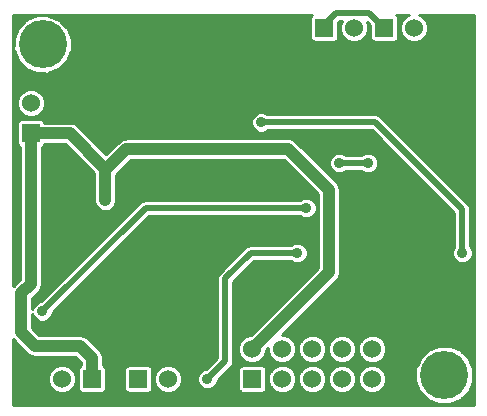
<source format=gbl>
G04 (created by PCBNEW (2013-07-07 BZR 4022)-stable) date 16/12/2013 13:18:01*
%MOIN*%
G04 Gerber Fmt 3.4, Leading zero omitted, Abs format*
%FSLAX34Y34*%
G01*
G70*
G90*
G04 APERTURE LIST*
%ADD10C,0.00393701*%
%ADD11R,0.06X0.06*%
%ADD12C,0.06*%
%ADD13C,0.16*%
%ADD14C,0.035*%
%ADD15C,0.019685*%
%ADD16C,0.0393701*%
%ADD17C,0.00984252*%
G04 APERTURE END LIST*
G54D10*
G54D11*
X38950Y-8900D03*
G54D12*
X39950Y-8900D03*
G54D11*
X36950Y-8900D03*
G54D12*
X37950Y-8900D03*
G54D11*
X27165Y-12417D03*
G54D12*
X27165Y-11417D03*
G54D11*
X34550Y-20600D03*
G54D12*
X34550Y-19600D03*
X35550Y-20600D03*
X35550Y-19600D03*
X36550Y-20600D03*
X36550Y-19600D03*
X37550Y-20600D03*
X37550Y-19600D03*
X38550Y-20600D03*
X38550Y-19600D03*
G54D11*
X30750Y-20600D03*
G54D12*
X31750Y-20600D03*
G54D11*
X29200Y-20600D03*
G54D12*
X28200Y-20600D03*
G54D13*
X40944Y-20472D03*
X27559Y-9448D03*
G54D14*
X41550Y-16400D03*
X34850Y-12050D03*
X37100Y-15600D03*
X29650Y-14650D03*
X33050Y-20600D03*
X36050Y-16400D03*
X36350Y-14900D03*
X27550Y-18350D03*
X37450Y-13400D03*
X38400Y-13400D03*
G54D15*
X41550Y-14950D02*
X41550Y-16400D01*
X38650Y-12050D02*
X41550Y-14950D01*
X34850Y-12050D02*
X38650Y-12050D01*
G54D16*
X37100Y-15600D02*
X37100Y-17050D01*
X29650Y-13650D02*
X30350Y-12950D01*
X30350Y-12950D02*
X35750Y-12950D01*
X35750Y-12950D02*
X37100Y-14300D01*
X37100Y-14300D02*
X37100Y-15600D01*
X27165Y-12417D02*
X28467Y-12417D01*
X29650Y-13600D02*
X29650Y-14650D01*
X28467Y-12417D02*
X29650Y-13600D01*
X29650Y-14650D02*
X29650Y-13650D01*
X37100Y-17050D02*
X34550Y-19600D01*
X29200Y-20600D02*
X29200Y-19900D01*
X27165Y-17434D02*
X27165Y-12417D01*
X26850Y-17750D02*
X27165Y-17434D01*
X26850Y-19050D02*
X26850Y-17750D01*
X27300Y-19500D02*
X26850Y-19050D01*
X28800Y-19500D02*
X27300Y-19500D01*
X29200Y-19900D02*
X28800Y-19500D01*
G54D15*
X36950Y-8900D02*
X36950Y-8800D01*
X38450Y-8400D02*
X38950Y-8900D01*
X37350Y-8400D02*
X38450Y-8400D01*
X36950Y-8800D02*
X37350Y-8400D01*
X33050Y-20600D02*
X33650Y-20000D01*
X33650Y-20000D02*
X33650Y-17250D01*
X33650Y-17250D02*
X34500Y-16400D01*
X34500Y-16400D02*
X36050Y-16400D01*
X31000Y-14900D02*
X36350Y-14900D01*
X27550Y-18350D02*
X31000Y-14900D01*
X38400Y-13400D02*
X37450Y-13400D01*
G54D10*
G36*
X41929Y-21456D02*
X41917Y-21456D01*
X41917Y-20308D01*
X41912Y-20295D01*
X41912Y-20280D01*
X41892Y-20232D01*
X41892Y-16332D01*
X41840Y-16206D01*
X41815Y-16181D01*
X41815Y-14950D01*
X41795Y-14848D01*
X41795Y-14848D01*
X41737Y-14762D01*
X38837Y-11862D01*
X38751Y-11804D01*
X38650Y-11784D01*
X35068Y-11784D01*
X35044Y-11759D01*
X34918Y-11707D01*
X34782Y-11707D01*
X34656Y-11759D01*
X34559Y-11855D01*
X34507Y-11981D01*
X34507Y-12117D01*
X34559Y-12243D01*
X34655Y-12340D01*
X34781Y-12392D01*
X34917Y-12392D01*
X35043Y-12340D01*
X35068Y-12315D01*
X38539Y-12315D01*
X41284Y-15060D01*
X41284Y-16181D01*
X41259Y-16205D01*
X41207Y-16331D01*
X41207Y-16467D01*
X41259Y-16593D01*
X41355Y-16690D01*
X41481Y-16742D01*
X41617Y-16742D01*
X41743Y-16690D01*
X41840Y-16594D01*
X41892Y-16468D01*
X41892Y-16332D01*
X41892Y-20232D01*
X41844Y-20115D01*
X41780Y-19948D01*
X41766Y-19927D01*
X41765Y-19925D01*
X41763Y-19923D01*
X41748Y-19900D01*
X41724Y-19883D01*
X41532Y-19692D01*
X41516Y-19668D01*
X41503Y-19662D01*
X41493Y-19652D01*
X41328Y-19584D01*
X41165Y-19511D01*
X41151Y-19510D01*
X41138Y-19505D01*
X40959Y-19505D01*
X40780Y-19499D01*
X40767Y-19504D01*
X40753Y-19504D01*
X40588Y-19573D01*
X40421Y-19636D01*
X40399Y-19651D01*
X40397Y-19651D01*
X40396Y-19653D01*
X40373Y-19668D01*
X40356Y-19693D01*
X40164Y-19884D01*
X40141Y-19900D01*
X40135Y-19913D01*
X40125Y-19923D01*
X40056Y-20088D01*
X39983Y-20251D01*
X39983Y-20266D01*
X39977Y-20279D01*
X39977Y-20457D01*
X39972Y-20636D01*
X39977Y-20649D01*
X39977Y-20664D01*
X40045Y-20829D01*
X40109Y-20996D01*
X40123Y-21017D01*
X40124Y-21019D01*
X40125Y-21021D01*
X40141Y-21044D01*
X40165Y-21061D01*
X40357Y-21252D01*
X40373Y-21276D01*
X40386Y-21281D01*
X40396Y-21292D01*
X40561Y-21360D01*
X40724Y-21433D01*
X40738Y-21434D01*
X40751Y-21439D01*
X40930Y-21439D01*
X41108Y-21444D01*
X41122Y-21439D01*
X41136Y-21439D01*
X41301Y-21371D01*
X41468Y-21308D01*
X41490Y-21293D01*
X41492Y-21292D01*
X41493Y-21291D01*
X41516Y-21276D01*
X41533Y-21251D01*
X41725Y-21060D01*
X41748Y-21044D01*
X41754Y-21031D01*
X41764Y-21021D01*
X41832Y-20856D01*
X41906Y-20693D01*
X41906Y-20678D01*
X41912Y-20665D01*
X41912Y-20487D01*
X41917Y-20308D01*
X41917Y-21456D01*
X39018Y-21456D01*
X39018Y-19515D01*
X39017Y-19511D01*
X39017Y-19507D01*
X38983Y-19425D01*
X38951Y-19342D01*
X38946Y-19336D01*
X38946Y-19335D01*
X38946Y-19335D01*
X38941Y-19327D01*
X38937Y-19326D01*
X38823Y-19212D01*
X38822Y-19208D01*
X38818Y-19207D01*
X38815Y-19204D01*
X38742Y-19173D01*
X38742Y-13332D01*
X38690Y-13206D01*
X38594Y-13109D01*
X38468Y-13057D01*
X38332Y-13057D01*
X38206Y-13109D01*
X38181Y-13134D01*
X37668Y-13134D01*
X37644Y-13109D01*
X37518Y-13057D01*
X37382Y-13057D01*
X37256Y-13109D01*
X37159Y-13205D01*
X37107Y-13331D01*
X37107Y-13467D01*
X37159Y-13593D01*
X37255Y-13690D01*
X37381Y-13742D01*
X37517Y-13742D01*
X37643Y-13690D01*
X37668Y-13665D01*
X38181Y-13665D01*
X38205Y-13690D01*
X38331Y-13742D01*
X38467Y-13742D01*
X38593Y-13690D01*
X38690Y-13594D01*
X38742Y-13468D01*
X38742Y-13332D01*
X38742Y-19173D01*
X38733Y-19169D01*
X38651Y-19134D01*
X38647Y-19134D01*
X38643Y-19132D01*
X38554Y-19132D01*
X38465Y-19131D01*
X38461Y-19132D01*
X38457Y-19132D01*
X38375Y-19166D01*
X38292Y-19198D01*
X38286Y-19203D01*
X38285Y-19203D01*
X38285Y-19203D01*
X38277Y-19208D01*
X38276Y-19212D01*
X38162Y-19326D01*
X38158Y-19327D01*
X38157Y-19331D01*
X38154Y-19334D01*
X38119Y-19416D01*
X38084Y-19498D01*
X38084Y-19502D01*
X38082Y-19506D01*
X38082Y-19595D01*
X38081Y-19684D01*
X38082Y-19688D01*
X38082Y-19692D01*
X38116Y-19774D01*
X38148Y-19857D01*
X38153Y-19863D01*
X38153Y-19864D01*
X38153Y-19864D01*
X38158Y-19872D01*
X38162Y-19873D01*
X38276Y-19987D01*
X38277Y-19991D01*
X38281Y-19992D01*
X38284Y-19995D01*
X38366Y-20030D01*
X38448Y-20065D01*
X38452Y-20065D01*
X38456Y-20067D01*
X38545Y-20067D01*
X38634Y-20068D01*
X38638Y-20067D01*
X38642Y-20067D01*
X38724Y-20033D01*
X38807Y-20001D01*
X38813Y-19996D01*
X38814Y-19996D01*
X38814Y-19996D01*
X38822Y-19991D01*
X38823Y-19987D01*
X38937Y-19873D01*
X38941Y-19872D01*
X38942Y-19868D01*
X38945Y-19865D01*
X38980Y-19783D01*
X39015Y-19701D01*
X39015Y-19697D01*
X39017Y-19693D01*
X39017Y-19604D01*
X39018Y-19515D01*
X39018Y-21456D01*
X39017Y-21456D01*
X39017Y-20507D01*
X38946Y-20335D01*
X38815Y-20204D01*
X38643Y-20132D01*
X38457Y-20132D01*
X38285Y-20203D01*
X38154Y-20334D01*
X38082Y-20506D01*
X38082Y-20692D01*
X38153Y-20864D01*
X38284Y-20995D01*
X38456Y-21067D01*
X38642Y-21067D01*
X38814Y-20996D01*
X38945Y-20865D01*
X39017Y-20693D01*
X39017Y-20507D01*
X39017Y-21456D01*
X38017Y-21456D01*
X38017Y-20507D01*
X38017Y-19507D01*
X37946Y-19335D01*
X37815Y-19204D01*
X37643Y-19132D01*
X37457Y-19132D01*
X37285Y-19203D01*
X37154Y-19334D01*
X37082Y-19506D01*
X37082Y-19692D01*
X37153Y-19864D01*
X37284Y-19995D01*
X37456Y-20067D01*
X37642Y-20067D01*
X37814Y-19996D01*
X37945Y-19865D01*
X38017Y-19693D01*
X38017Y-19507D01*
X38017Y-20507D01*
X37946Y-20335D01*
X37815Y-20204D01*
X37643Y-20132D01*
X37457Y-20132D01*
X37285Y-20203D01*
X37154Y-20334D01*
X37082Y-20506D01*
X37082Y-20692D01*
X37153Y-20864D01*
X37284Y-20995D01*
X37456Y-21067D01*
X37642Y-21067D01*
X37814Y-20996D01*
X37945Y-20865D01*
X38017Y-20693D01*
X38017Y-20507D01*
X38017Y-21456D01*
X37018Y-21456D01*
X37018Y-20515D01*
X37018Y-19515D01*
X37017Y-19511D01*
X37017Y-19507D01*
X36983Y-19425D01*
X36951Y-19342D01*
X36946Y-19336D01*
X36946Y-19335D01*
X36946Y-19335D01*
X36941Y-19327D01*
X36937Y-19326D01*
X36823Y-19212D01*
X36822Y-19208D01*
X36818Y-19207D01*
X36815Y-19204D01*
X36733Y-19169D01*
X36651Y-19134D01*
X36647Y-19134D01*
X36643Y-19132D01*
X36554Y-19132D01*
X36465Y-19131D01*
X36461Y-19132D01*
X36457Y-19132D01*
X36375Y-19166D01*
X36292Y-19198D01*
X36286Y-19203D01*
X36285Y-19203D01*
X36285Y-19203D01*
X36277Y-19208D01*
X36276Y-19212D01*
X36162Y-19326D01*
X36158Y-19327D01*
X36157Y-19331D01*
X36154Y-19334D01*
X36119Y-19416D01*
X36084Y-19498D01*
X36084Y-19502D01*
X36082Y-19506D01*
X36082Y-19595D01*
X36081Y-19684D01*
X36082Y-19688D01*
X36082Y-19692D01*
X36116Y-19774D01*
X36148Y-19857D01*
X36153Y-19863D01*
X36153Y-19864D01*
X36153Y-19864D01*
X36158Y-19872D01*
X36162Y-19873D01*
X36276Y-19987D01*
X36277Y-19991D01*
X36281Y-19992D01*
X36284Y-19995D01*
X36366Y-20030D01*
X36448Y-20065D01*
X36452Y-20065D01*
X36456Y-20067D01*
X36545Y-20067D01*
X36634Y-20068D01*
X36638Y-20067D01*
X36642Y-20067D01*
X36724Y-20033D01*
X36807Y-20001D01*
X36813Y-19996D01*
X36814Y-19996D01*
X36814Y-19996D01*
X36822Y-19991D01*
X36823Y-19987D01*
X36937Y-19873D01*
X36941Y-19872D01*
X36942Y-19868D01*
X36945Y-19865D01*
X36980Y-19783D01*
X37015Y-19701D01*
X37015Y-19697D01*
X37017Y-19693D01*
X37017Y-19604D01*
X37018Y-19515D01*
X37018Y-20515D01*
X37017Y-20511D01*
X37017Y-20507D01*
X36983Y-20425D01*
X36951Y-20342D01*
X36946Y-20336D01*
X36946Y-20335D01*
X36946Y-20335D01*
X36941Y-20327D01*
X36937Y-20326D01*
X36823Y-20212D01*
X36822Y-20208D01*
X36818Y-20207D01*
X36815Y-20204D01*
X36733Y-20169D01*
X36651Y-20134D01*
X36647Y-20134D01*
X36643Y-20132D01*
X36554Y-20132D01*
X36465Y-20131D01*
X36461Y-20132D01*
X36457Y-20132D01*
X36375Y-20166D01*
X36292Y-20198D01*
X36286Y-20203D01*
X36285Y-20203D01*
X36285Y-20203D01*
X36277Y-20208D01*
X36276Y-20212D01*
X36162Y-20326D01*
X36158Y-20327D01*
X36157Y-20331D01*
X36154Y-20334D01*
X36119Y-20416D01*
X36084Y-20498D01*
X36084Y-20502D01*
X36082Y-20506D01*
X36082Y-20595D01*
X36081Y-20684D01*
X36082Y-20688D01*
X36082Y-20692D01*
X36116Y-20774D01*
X36148Y-20857D01*
X36153Y-20863D01*
X36153Y-20864D01*
X36153Y-20864D01*
X36158Y-20872D01*
X36162Y-20873D01*
X36276Y-20987D01*
X36277Y-20991D01*
X36281Y-20992D01*
X36284Y-20995D01*
X36366Y-21030D01*
X36448Y-21065D01*
X36452Y-21065D01*
X36456Y-21067D01*
X36545Y-21067D01*
X36634Y-21068D01*
X36638Y-21067D01*
X36642Y-21067D01*
X36724Y-21033D01*
X36807Y-21001D01*
X36813Y-20996D01*
X36814Y-20996D01*
X36814Y-20996D01*
X36822Y-20991D01*
X36823Y-20987D01*
X36937Y-20873D01*
X36941Y-20872D01*
X36942Y-20868D01*
X36945Y-20865D01*
X36980Y-20783D01*
X37015Y-20701D01*
X37015Y-20697D01*
X37017Y-20693D01*
X37017Y-20604D01*
X37018Y-20515D01*
X37018Y-21456D01*
X36018Y-21456D01*
X36018Y-20515D01*
X36017Y-20511D01*
X36017Y-20507D01*
X35983Y-20425D01*
X35951Y-20342D01*
X35946Y-20336D01*
X35946Y-20335D01*
X35946Y-20335D01*
X35941Y-20327D01*
X35937Y-20326D01*
X35823Y-20212D01*
X35822Y-20208D01*
X35818Y-20207D01*
X35815Y-20204D01*
X35733Y-20169D01*
X35651Y-20134D01*
X35647Y-20134D01*
X35643Y-20132D01*
X35554Y-20132D01*
X35465Y-20131D01*
X35461Y-20132D01*
X35457Y-20132D01*
X35375Y-20166D01*
X35292Y-20198D01*
X35286Y-20203D01*
X35285Y-20203D01*
X35285Y-20203D01*
X35277Y-20208D01*
X35276Y-20212D01*
X35162Y-20326D01*
X35158Y-20327D01*
X35157Y-20331D01*
X35154Y-20334D01*
X35119Y-20416D01*
X35084Y-20498D01*
X35084Y-20502D01*
X35082Y-20506D01*
X35082Y-20595D01*
X35081Y-20684D01*
X35082Y-20688D01*
X35082Y-20692D01*
X35116Y-20774D01*
X35148Y-20857D01*
X35153Y-20863D01*
X35153Y-20864D01*
X35153Y-20864D01*
X35158Y-20872D01*
X35162Y-20873D01*
X35276Y-20987D01*
X35277Y-20991D01*
X35281Y-20992D01*
X35284Y-20995D01*
X35366Y-21030D01*
X35448Y-21065D01*
X35452Y-21065D01*
X35456Y-21067D01*
X35545Y-21067D01*
X35634Y-21068D01*
X35638Y-21067D01*
X35642Y-21067D01*
X35724Y-21033D01*
X35807Y-21001D01*
X35813Y-20996D01*
X35814Y-20996D01*
X35814Y-20996D01*
X35822Y-20991D01*
X35823Y-20987D01*
X35937Y-20873D01*
X35941Y-20872D01*
X35942Y-20868D01*
X35945Y-20865D01*
X35980Y-20783D01*
X36015Y-20701D01*
X36015Y-20697D01*
X36017Y-20693D01*
X36017Y-20604D01*
X36018Y-20515D01*
X36018Y-21456D01*
X35017Y-21456D01*
X35017Y-20866D01*
X35017Y-20333D01*
X35017Y-20266D01*
X35017Y-20266D01*
X35017Y-20266D01*
X35004Y-20235D01*
X34991Y-20205D01*
X34991Y-20205D01*
X34991Y-20205D01*
X34968Y-20181D01*
X34944Y-20158D01*
X34944Y-20158D01*
X34944Y-20158D01*
X34914Y-20145D01*
X34883Y-20132D01*
X34883Y-20132D01*
X34883Y-20132D01*
X34823Y-20132D01*
X34816Y-20132D01*
X34216Y-20132D01*
X34155Y-20158D01*
X34108Y-20205D01*
X34082Y-20266D01*
X34082Y-20333D01*
X34082Y-20866D01*
X34082Y-20933D01*
X34082Y-20933D01*
X34082Y-20933D01*
X34095Y-20964D01*
X34108Y-20994D01*
X34108Y-20994D01*
X34108Y-20994D01*
X34131Y-21018D01*
X34155Y-21041D01*
X34155Y-21041D01*
X34155Y-21041D01*
X34185Y-21054D01*
X34216Y-21067D01*
X34216Y-21067D01*
X34216Y-21067D01*
X34276Y-21067D01*
X34283Y-21067D01*
X34883Y-21067D01*
X34944Y-21041D01*
X34991Y-20994D01*
X35017Y-20933D01*
X35017Y-20866D01*
X35017Y-21456D01*
X32217Y-21456D01*
X32217Y-20507D01*
X32146Y-20335D01*
X32015Y-20204D01*
X31843Y-20132D01*
X31657Y-20132D01*
X31485Y-20203D01*
X31354Y-20334D01*
X31282Y-20506D01*
X31282Y-20692D01*
X31353Y-20864D01*
X31484Y-20995D01*
X31656Y-21067D01*
X31842Y-21067D01*
X32014Y-20996D01*
X32145Y-20865D01*
X32217Y-20693D01*
X32217Y-20507D01*
X32217Y-21456D01*
X31217Y-21456D01*
X31217Y-20866D01*
X31217Y-20266D01*
X31191Y-20205D01*
X31144Y-20158D01*
X31083Y-20132D01*
X31016Y-20132D01*
X30416Y-20132D01*
X30355Y-20158D01*
X30308Y-20205D01*
X30282Y-20266D01*
X30282Y-20333D01*
X30282Y-20933D01*
X30308Y-20994D01*
X30355Y-21041D01*
X30416Y-21067D01*
X30483Y-21067D01*
X31083Y-21067D01*
X31144Y-21041D01*
X31191Y-20994D01*
X31217Y-20933D01*
X31217Y-20866D01*
X31217Y-21456D01*
X28667Y-21456D01*
X28667Y-20507D01*
X28596Y-20335D01*
X28465Y-20204D01*
X28293Y-20132D01*
X28107Y-20132D01*
X27935Y-20203D01*
X27804Y-20334D01*
X27732Y-20506D01*
X27732Y-20692D01*
X27803Y-20864D01*
X27934Y-20995D01*
X28106Y-21067D01*
X28292Y-21067D01*
X28464Y-20996D01*
X28595Y-20865D01*
X28667Y-20693D01*
X28667Y-20507D01*
X28667Y-21456D01*
X26574Y-21456D01*
X26574Y-19291D01*
X26574Y-19281D01*
X26592Y-19307D01*
X27042Y-19757D01*
X27160Y-19836D01*
X27160Y-19836D01*
X27300Y-19864D01*
X28649Y-19864D01*
X28835Y-20050D01*
X28835Y-20145D01*
X28805Y-20158D01*
X28758Y-20205D01*
X28732Y-20266D01*
X28732Y-20333D01*
X28732Y-20933D01*
X28758Y-20994D01*
X28805Y-21041D01*
X28866Y-21067D01*
X28933Y-21067D01*
X29533Y-21067D01*
X29594Y-21041D01*
X29641Y-20994D01*
X29667Y-20933D01*
X29667Y-20866D01*
X29667Y-20266D01*
X29641Y-20205D01*
X29594Y-20158D01*
X29564Y-20145D01*
X29564Y-19900D01*
X29564Y-19899D01*
X29564Y-19899D01*
X29558Y-19872D01*
X29536Y-19760D01*
X29536Y-19760D01*
X29457Y-19642D01*
X29457Y-19642D01*
X29057Y-19242D01*
X28939Y-19163D01*
X28800Y-19135D01*
X27450Y-19135D01*
X27214Y-18899D01*
X27214Y-18433D01*
X27259Y-18543D01*
X27355Y-18640D01*
X27481Y-18692D01*
X27617Y-18692D01*
X27743Y-18640D01*
X27840Y-18544D01*
X27892Y-18418D01*
X27892Y-18383D01*
X31110Y-15165D01*
X36131Y-15165D01*
X36155Y-15190D01*
X36281Y-15242D01*
X36417Y-15242D01*
X36543Y-15190D01*
X36640Y-15094D01*
X36692Y-14968D01*
X36692Y-14832D01*
X36640Y-14706D01*
X36544Y-14609D01*
X36418Y-14557D01*
X36282Y-14557D01*
X36156Y-14609D01*
X36131Y-14634D01*
X31000Y-14634D01*
X30898Y-14654D01*
X30812Y-14712D01*
X27516Y-18007D01*
X27482Y-18007D01*
X27356Y-18059D01*
X27259Y-18155D01*
X27214Y-18266D01*
X27214Y-17900D01*
X27422Y-17692D01*
X27501Y-17574D01*
X27501Y-17574D01*
X27529Y-17434D01*
X27529Y-12871D01*
X27560Y-12859D01*
X27607Y-12812D01*
X27619Y-12781D01*
X28316Y-12781D01*
X29285Y-13750D01*
X29285Y-14650D01*
X29313Y-14789D01*
X29392Y-14907D01*
X29510Y-14986D01*
X29650Y-15014D01*
X29789Y-14986D01*
X29907Y-14907D01*
X29986Y-14789D01*
X30014Y-14650D01*
X30014Y-13800D01*
X30500Y-13314D01*
X35599Y-13314D01*
X36735Y-14450D01*
X36735Y-15600D01*
X36735Y-16899D01*
X36392Y-17242D01*
X36392Y-16332D01*
X36340Y-16206D01*
X36244Y-16109D01*
X36118Y-16057D01*
X35982Y-16057D01*
X35856Y-16109D01*
X35831Y-16134D01*
X34500Y-16134D01*
X34398Y-16154D01*
X34312Y-16212D01*
X33462Y-17062D01*
X33404Y-17148D01*
X33384Y-17250D01*
X33384Y-19889D01*
X33016Y-20257D01*
X32982Y-20257D01*
X32856Y-20309D01*
X32759Y-20405D01*
X32707Y-20531D01*
X32707Y-20667D01*
X32759Y-20793D01*
X32855Y-20890D01*
X32981Y-20942D01*
X33117Y-20942D01*
X33243Y-20890D01*
X33340Y-20794D01*
X33392Y-20668D01*
X33392Y-20633D01*
X33837Y-20187D01*
X33895Y-20101D01*
X33895Y-20101D01*
X33915Y-20000D01*
X33915Y-17360D01*
X34610Y-16665D01*
X35831Y-16665D01*
X35855Y-16690D01*
X35981Y-16742D01*
X36117Y-16742D01*
X36243Y-16690D01*
X36340Y-16594D01*
X36392Y-16468D01*
X36392Y-16332D01*
X36392Y-17242D01*
X34502Y-19132D01*
X34457Y-19132D01*
X34285Y-19203D01*
X34154Y-19334D01*
X34082Y-19506D01*
X34082Y-19692D01*
X34153Y-19864D01*
X34284Y-19995D01*
X34456Y-20067D01*
X34642Y-20067D01*
X34814Y-19996D01*
X34945Y-19865D01*
X35017Y-19693D01*
X35017Y-19647D01*
X35082Y-19582D01*
X35082Y-19692D01*
X35153Y-19864D01*
X35284Y-19995D01*
X35456Y-20067D01*
X35642Y-20067D01*
X35814Y-19996D01*
X35945Y-19865D01*
X36017Y-19693D01*
X36017Y-19507D01*
X35946Y-19335D01*
X35815Y-19204D01*
X35643Y-19132D01*
X35532Y-19132D01*
X37357Y-17307D01*
X37436Y-17189D01*
X37436Y-17189D01*
X37464Y-17050D01*
X37464Y-15600D01*
X37464Y-14300D01*
X37436Y-14160D01*
X37436Y-14160D01*
X37357Y-14042D01*
X36007Y-12692D01*
X35889Y-12613D01*
X35750Y-12585D01*
X30350Y-12585D01*
X30349Y-12585D01*
X30322Y-12591D01*
X30210Y-12613D01*
X30092Y-12692D01*
X30092Y-12692D01*
X29674Y-13109D01*
X28724Y-12159D01*
X28606Y-12080D01*
X28531Y-12065D01*
X28531Y-9284D01*
X28526Y-9271D01*
X28526Y-9257D01*
X28458Y-9092D01*
X28394Y-8925D01*
X28380Y-8903D01*
X28379Y-8901D01*
X28378Y-8900D01*
X28362Y-8877D01*
X28338Y-8860D01*
X28146Y-8668D01*
X28130Y-8645D01*
X28117Y-8639D01*
X28107Y-8629D01*
X27942Y-8560D01*
X27779Y-8487D01*
X27765Y-8487D01*
X27752Y-8481D01*
X27573Y-8481D01*
X27395Y-8476D01*
X27381Y-8481D01*
X27367Y-8481D01*
X27202Y-8549D01*
X27035Y-8613D01*
X27013Y-8627D01*
X27011Y-8628D01*
X27010Y-8629D01*
X26987Y-8645D01*
X26970Y-8669D01*
X26778Y-8860D01*
X26755Y-8877D01*
X26749Y-8890D01*
X26739Y-8900D01*
X26670Y-9065D01*
X26597Y-9228D01*
X26597Y-9242D01*
X26591Y-9255D01*
X26591Y-9434D01*
X26586Y-9612D01*
X26591Y-9626D01*
X26591Y-9640D01*
X26659Y-9805D01*
X26723Y-9972D01*
X26737Y-9994D01*
X26738Y-9996D01*
X26740Y-9997D01*
X26755Y-10020D01*
X26779Y-10037D01*
X26971Y-10229D01*
X26987Y-10252D01*
X27000Y-10258D01*
X27010Y-10268D01*
X27175Y-10336D01*
X27338Y-10410D01*
X27352Y-10410D01*
X27365Y-10415D01*
X27544Y-10416D01*
X27723Y-10421D01*
X27736Y-10416D01*
X27750Y-10416D01*
X27915Y-10348D01*
X28082Y-10284D01*
X28104Y-10270D01*
X28106Y-10269D01*
X28107Y-10267D01*
X28130Y-10252D01*
X28147Y-10228D01*
X28339Y-10036D01*
X28362Y-10020D01*
X28368Y-10007D01*
X28378Y-9997D01*
X28447Y-9832D01*
X28520Y-9669D01*
X28520Y-9655D01*
X28526Y-9642D01*
X28526Y-9463D01*
X28531Y-9284D01*
X28531Y-12065D01*
X28467Y-12053D01*
X27632Y-12053D01*
X27632Y-11324D01*
X27561Y-11152D01*
X27430Y-11021D01*
X27258Y-10950D01*
X27072Y-10949D01*
X26900Y-11020D01*
X26769Y-11152D01*
X26698Y-11323D01*
X26697Y-11509D01*
X26768Y-11681D01*
X26900Y-11813D01*
X27071Y-11884D01*
X27257Y-11884D01*
X27429Y-11813D01*
X27561Y-11682D01*
X27632Y-11510D01*
X27632Y-11324D01*
X27632Y-12053D01*
X27619Y-12053D01*
X27607Y-12022D01*
X27560Y-11975D01*
X27498Y-11950D01*
X27432Y-11949D01*
X26832Y-11949D01*
X26770Y-11975D01*
X26723Y-12022D01*
X26698Y-12083D01*
X26698Y-12150D01*
X26698Y-12750D01*
X26723Y-12811D01*
X26770Y-12859D01*
X26801Y-12871D01*
X26801Y-17283D01*
X26592Y-17492D01*
X26574Y-17518D01*
X26574Y-8464D01*
X36548Y-8464D01*
X36508Y-8505D01*
X36482Y-8566D01*
X36482Y-8633D01*
X36482Y-9233D01*
X36508Y-9294D01*
X36555Y-9341D01*
X36616Y-9367D01*
X36683Y-9367D01*
X37283Y-9367D01*
X37344Y-9341D01*
X37391Y-9294D01*
X37417Y-9233D01*
X37417Y-9166D01*
X37417Y-8708D01*
X37460Y-8665D01*
X37541Y-8665D01*
X37482Y-8806D01*
X37482Y-8992D01*
X37553Y-9164D01*
X37684Y-9295D01*
X37856Y-9367D01*
X38042Y-9367D01*
X38214Y-9296D01*
X38345Y-9165D01*
X38417Y-8993D01*
X38417Y-8807D01*
X38372Y-8698D01*
X38482Y-8808D01*
X38482Y-9233D01*
X38508Y-9294D01*
X38555Y-9341D01*
X38616Y-9367D01*
X38683Y-9367D01*
X39283Y-9367D01*
X39344Y-9341D01*
X39391Y-9294D01*
X39417Y-9233D01*
X39417Y-9166D01*
X39417Y-8566D01*
X39391Y-8505D01*
X39351Y-8464D01*
X39780Y-8464D01*
X39685Y-8503D01*
X39554Y-8634D01*
X39482Y-8806D01*
X39482Y-8992D01*
X39553Y-9164D01*
X39684Y-9295D01*
X39856Y-9367D01*
X40042Y-9367D01*
X40214Y-9296D01*
X40345Y-9165D01*
X40417Y-8993D01*
X40417Y-8807D01*
X40346Y-8635D01*
X40215Y-8504D01*
X40119Y-8464D01*
X40944Y-8464D01*
X41929Y-8464D01*
X41929Y-21456D01*
X41929Y-21456D01*
G37*
G54D17*
X41929Y-21456D02*
X41917Y-21456D01*
X41917Y-20308D01*
X41912Y-20295D01*
X41912Y-20280D01*
X41892Y-20232D01*
X41892Y-16332D01*
X41840Y-16206D01*
X41815Y-16181D01*
X41815Y-14950D01*
X41795Y-14848D01*
X41795Y-14848D01*
X41737Y-14762D01*
X38837Y-11862D01*
X38751Y-11804D01*
X38650Y-11784D01*
X35068Y-11784D01*
X35044Y-11759D01*
X34918Y-11707D01*
X34782Y-11707D01*
X34656Y-11759D01*
X34559Y-11855D01*
X34507Y-11981D01*
X34507Y-12117D01*
X34559Y-12243D01*
X34655Y-12340D01*
X34781Y-12392D01*
X34917Y-12392D01*
X35043Y-12340D01*
X35068Y-12315D01*
X38539Y-12315D01*
X41284Y-15060D01*
X41284Y-16181D01*
X41259Y-16205D01*
X41207Y-16331D01*
X41207Y-16467D01*
X41259Y-16593D01*
X41355Y-16690D01*
X41481Y-16742D01*
X41617Y-16742D01*
X41743Y-16690D01*
X41840Y-16594D01*
X41892Y-16468D01*
X41892Y-16332D01*
X41892Y-20232D01*
X41844Y-20115D01*
X41780Y-19948D01*
X41766Y-19927D01*
X41765Y-19925D01*
X41763Y-19923D01*
X41748Y-19900D01*
X41724Y-19883D01*
X41532Y-19692D01*
X41516Y-19668D01*
X41503Y-19662D01*
X41493Y-19652D01*
X41328Y-19584D01*
X41165Y-19511D01*
X41151Y-19510D01*
X41138Y-19505D01*
X40959Y-19505D01*
X40780Y-19499D01*
X40767Y-19504D01*
X40753Y-19504D01*
X40588Y-19573D01*
X40421Y-19636D01*
X40399Y-19651D01*
X40397Y-19651D01*
X40396Y-19653D01*
X40373Y-19668D01*
X40356Y-19693D01*
X40164Y-19884D01*
X40141Y-19900D01*
X40135Y-19913D01*
X40125Y-19923D01*
X40056Y-20088D01*
X39983Y-20251D01*
X39983Y-20266D01*
X39977Y-20279D01*
X39977Y-20457D01*
X39972Y-20636D01*
X39977Y-20649D01*
X39977Y-20664D01*
X40045Y-20829D01*
X40109Y-20996D01*
X40123Y-21017D01*
X40124Y-21019D01*
X40125Y-21021D01*
X40141Y-21044D01*
X40165Y-21061D01*
X40357Y-21252D01*
X40373Y-21276D01*
X40386Y-21281D01*
X40396Y-21292D01*
X40561Y-21360D01*
X40724Y-21433D01*
X40738Y-21434D01*
X40751Y-21439D01*
X40930Y-21439D01*
X41108Y-21444D01*
X41122Y-21439D01*
X41136Y-21439D01*
X41301Y-21371D01*
X41468Y-21308D01*
X41490Y-21293D01*
X41492Y-21292D01*
X41493Y-21291D01*
X41516Y-21276D01*
X41533Y-21251D01*
X41725Y-21060D01*
X41748Y-21044D01*
X41754Y-21031D01*
X41764Y-21021D01*
X41832Y-20856D01*
X41906Y-20693D01*
X41906Y-20678D01*
X41912Y-20665D01*
X41912Y-20487D01*
X41917Y-20308D01*
X41917Y-21456D01*
X39018Y-21456D01*
X39018Y-19515D01*
X39017Y-19511D01*
X39017Y-19507D01*
X38983Y-19425D01*
X38951Y-19342D01*
X38946Y-19336D01*
X38946Y-19335D01*
X38946Y-19335D01*
X38941Y-19327D01*
X38937Y-19326D01*
X38823Y-19212D01*
X38822Y-19208D01*
X38818Y-19207D01*
X38815Y-19204D01*
X38742Y-19173D01*
X38742Y-13332D01*
X38690Y-13206D01*
X38594Y-13109D01*
X38468Y-13057D01*
X38332Y-13057D01*
X38206Y-13109D01*
X38181Y-13134D01*
X37668Y-13134D01*
X37644Y-13109D01*
X37518Y-13057D01*
X37382Y-13057D01*
X37256Y-13109D01*
X37159Y-13205D01*
X37107Y-13331D01*
X37107Y-13467D01*
X37159Y-13593D01*
X37255Y-13690D01*
X37381Y-13742D01*
X37517Y-13742D01*
X37643Y-13690D01*
X37668Y-13665D01*
X38181Y-13665D01*
X38205Y-13690D01*
X38331Y-13742D01*
X38467Y-13742D01*
X38593Y-13690D01*
X38690Y-13594D01*
X38742Y-13468D01*
X38742Y-13332D01*
X38742Y-19173D01*
X38733Y-19169D01*
X38651Y-19134D01*
X38647Y-19134D01*
X38643Y-19132D01*
X38554Y-19132D01*
X38465Y-19131D01*
X38461Y-19132D01*
X38457Y-19132D01*
X38375Y-19166D01*
X38292Y-19198D01*
X38286Y-19203D01*
X38285Y-19203D01*
X38285Y-19203D01*
X38277Y-19208D01*
X38276Y-19212D01*
X38162Y-19326D01*
X38158Y-19327D01*
X38157Y-19331D01*
X38154Y-19334D01*
X38119Y-19416D01*
X38084Y-19498D01*
X38084Y-19502D01*
X38082Y-19506D01*
X38082Y-19595D01*
X38081Y-19684D01*
X38082Y-19688D01*
X38082Y-19692D01*
X38116Y-19774D01*
X38148Y-19857D01*
X38153Y-19863D01*
X38153Y-19864D01*
X38153Y-19864D01*
X38158Y-19872D01*
X38162Y-19873D01*
X38276Y-19987D01*
X38277Y-19991D01*
X38281Y-19992D01*
X38284Y-19995D01*
X38366Y-20030D01*
X38448Y-20065D01*
X38452Y-20065D01*
X38456Y-20067D01*
X38545Y-20067D01*
X38634Y-20068D01*
X38638Y-20067D01*
X38642Y-20067D01*
X38724Y-20033D01*
X38807Y-20001D01*
X38813Y-19996D01*
X38814Y-19996D01*
X38814Y-19996D01*
X38822Y-19991D01*
X38823Y-19987D01*
X38937Y-19873D01*
X38941Y-19872D01*
X38942Y-19868D01*
X38945Y-19865D01*
X38980Y-19783D01*
X39015Y-19701D01*
X39015Y-19697D01*
X39017Y-19693D01*
X39017Y-19604D01*
X39018Y-19515D01*
X39018Y-21456D01*
X39017Y-21456D01*
X39017Y-20507D01*
X38946Y-20335D01*
X38815Y-20204D01*
X38643Y-20132D01*
X38457Y-20132D01*
X38285Y-20203D01*
X38154Y-20334D01*
X38082Y-20506D01*
X38082Y-20692D01*
X38153Y-20864D01*
X38284Y-20995D01*
X38456Y-21067D01*
X38642Y-21067D01*
X38814Y-20996D01*
X38945Y-20865D01*
X39017Y-20693D01*
X39017Y-20507D01*
X39017Y-21456D01*
X38017Y-21456D01*
X38017Y-20507D01*
X38017Y-19507D01*
X37946Y-19335D01*
X37815Y-19204D01*
X37643Y-19132D01*
X37457Y-19132D01*
X37285Y-19203D01*
X37154Y-19334D01*
X37082Y-19506D01*
X37082Y-19692D01*
X37153Y-19864D01*
X37284Y-19995D01*
X37456Y-20067D01*
X37642Y-20067D01*
X37814Y-19996D01*
X37945Y-19865D01*
X38017Y-19693D01*
X38017Y-19507D01*
X38017Y-20507D01*
X37946Y-20335D01*
X37815Y-20204D01*
X37643Y-20132D01*
X37457Y-20132D01*
X37285Y-20203D01*
X37154Y-20334D01*
X37082Y-20506D01*
X37082Y-20692D01*
X37153Y-20864D01*
X37284Y-20995D01*
X37456Y-21067D01*
X37642Y-21067D01*
X37814Y-20996D01*
X37945Y-20865D01*
X38017Y-20693D01*
X38017Y-20507D01*
X38017Y-21456D01*
X37018Y-21456D01*
X37018Y-20515D01*
X37018Y-19515D01*
X37017Y-19511D01*
X37017Y-19507D01*
X36983Y-19425D01*
X36951Y-19342D01*
X36946Y-19336D01*
X36946Y-19335D01*
X36946Y-19335D01*
X36941Y-19327D01*
X36937Y-19326D01*
X36823Y-19212D01*
X36822Y-19208D01*
X36818Y-19207D01*
X36815Y-19204D01*
X36733Y-19169D01*
X36651Y-19134D01*
X36647Y-19134D01*
X36643Y-19132D01*
X36554Y-19132D01*
X36465Y-19131D01*
X36461Y-19132D01*
X36457Y-19132D01*
X36375Y-19166D01*
X36292Y-19198D01*
X36286Y-19203D01*
X36285Y-19203D01*
X36285Y-19203D01*
X36277Y-19208D01*
X36276Y-19212D01*
X36162Y-19326D01*
X36158Y-19327D01*
X36157Y-19331D01*
X36154Y-19334D01*
X36119Y-19416D01*
X36084Y-19498D01*
X36084Y-19502D01*
X36082Y-19506D01*
X36082Y-19595D01*
X36081Y-19684D01*
X36082Y-19688D01*
X36082Y-19692D01*
X36116Y-19774D01*
X36148Y-19857D01*
X36153Y-19863D01*
X36153Y-19864D01*
X36153Y-19864D01*
X36158Y-19872D01*
X36162Y-19873D01*
X36276Y-19987D01*
X36277Y-19991D01*
X36281Y-19992D01*
X36284Y-19995D01*
X36366Y-20030D01*
X36448Y-20065D01*
X36452Y-20065D01*
X36456Y-20067D01*
X36545Y-20067D01*
X36634Y-20068D01*
X36638Y-20067D01*
X36642Y-20067D01*
X36724Y-20033D01*
X36807Y-20001D01*
X36813Y-19996D01*
X36814Y-19996D01*
X36814Y-19996D01*
X36822Y-19991D01*
X36823Y-19987D01*
X36937Y-19873D01*
X36941Y-19872D01*
X36942Y-19868D01*
X36945Y-19865D01*
X36980Y-19783D01*
X37015Y-19701D01*
X37015Y-19697D01*
X37017Y-19693D01*
X37017Y-19604D01*
X37018Y-19515D01*
X37018Y-20515D01*
X37017Y-20511D01*
X37017Y-20507D01*
X36983Y-20425D01*
X36951Y-20342D01*
X36946Y-20336D01*
X36946Y-20335D01*
X36946Y-20335D01*
X36941Y-20327D01*
X36937Y-20326D01*
X36823Y-20212D01*
X36822Y-20208D01*
X36818Y-20207D01*
X36815Y-20204D01*
X36733Y-20169D01*
X36651Y-20134D01*
X36647Y-20134D01*
X36643Y-20132D01*
X36554Y-20132D01*
X36465Y-20131D01*
X36461Y-20132D01*
X36457Y-20132D01*
X36375Y-20166D01*
X36292Y-20198D01*
X36286Y-20203D01*
X36285Y-20203D01*
X36285Y-20203D01*
X36277Y-20208D01*
X36276Y-20212D01*
X36162Y-20326D01*
X36158Y-20327D01*
X36157Y-20331D01*
X36154Y-20334D01*
X36119Y-20416D01*
X36084Y-20498D01*
X36084Y-20502D01*
X36082Y-20506D01*
X36082Y-20595D01*
X36081Y-20684D01*
X36082Y-20688D01*
X36082Y-20692D01*
X36116Y-20774D01*
X36148Y-20857D01*
X36153Y-20863D01*
X36153Y-20864D01*
X36153Y-20864D01*
X36158Y-20872D01*
X36162Y-20873D01*
X36276Y-20987D01*
X36277Y-20991D01*
X36281Y-20992D01*
X36284Y-20995D01*
X36366Y-21030D01*
X36448Y-21065D01*
X36452Y-21065D01*
X36456Y-21067D01*
X36545Y-21067D01*
X36634Y-21068D01*
X36638Y-21067D01*
X36642Y-21067D01*
X36724Y-21033D01*
X36807Y-21001D01*
X36813Y-20996D01*
X36814Y-20996D01*
X36814Y-20996D01*
X36822Y-20991D01*
X36823Y-20987D01*
X36937Y-20873D01*
X36941Y-20872D01*
X36942Y-20868D01*
X36945Y-20865D01*
X36980Y-20783D01*
X37015Y-20701D01*
X37015Y-20697D01*
X37017Y-20693D01*
X37017Y-20604D01*
X37018Y-20515D01*
X37018Y-21456D01*
X36018Y-21456D01*
X36018Y-20515D01*
X36017Y-20511D01*
X36017Y-20507D01*
X35983Y-20425D01*
X35951Y-20342D01*
X35946Y-20336D01*
X35946Y-20335D01*
X35946Y-20335D01*
X35941Y-20327D01*
X35937Y-20326D01*
X35823Y-20212D01*
X35822Y-20208D01*
X35818Y-20207D01*
X35815Y-20204D01*
X35733Y-20169D01*
X35651Y-20134D01*
X35647Y-20134D01*
X35643Y-20132D01*
X35554Y-20132D01*
X35465Y-20131D01*
X35461Y-20132D01*
X35457Y-20132D01*
X35375Y-20166D01*
X35292Y-20198D01*
X35286Y-20203D01*
X35285Y-20203D01*
X35285Y-20203D01*
X35277Y-20208D01*
X35276Y-20212D01*
X35162Y-20326D01*
X35158Y-20327D01*
X35157Y-20331D01*
X35154Y-20334D01*
X35119Y-20416D01*
X35084Y-20498D01*
X35084Y-20502D01*
X35082Y-20506D01*
X35082Y-20595D01*
X35081Y-20684D01*
X35082Y-20688D01*
X35082Y-20692D01*
X35116Y-20774D01*
X35148Y-20857D01*
X35153Y-20863D01*
X35153Y-20864D01*
X35153Y-20864D01*
X35158Y-20872D01*
X35162Y-20873D01*
X35276Y-20987D01*
X35277Y-20991D01*
X35281Y-20992D01*
X35284Y-20995D01*
X35366Y-21030D01*
X35448Y-21065D01*
X35452Y-21065D01*
X35456Y-21067D01*
X35545Y-21067D01*
X35634Y-21068D01*
X35638Y-21067D01*
X35642Y-21067D01*
X35724Y-21033D01*
X35807Y-21001D01*
X35813Y-20996D01*
X35814Y-20996D01*
X35814Y-20996D01*
X35822Y-20991D01*
X35823Y-20987D01*
X35937Y-20873D01*
X35941Y-20872D01*
X35942Y-20868D01*
X35945Y-20865D01*
X35980Y-20783D01*
X36015Y-20701D01*
X36015Y-20697D01*
X36017Y-20693D01*
X36017Y-20604D01*
X36018Y-20515D01*
X36018Y-21456D01*
X35017Y-21456D01*
X35017Y-20866D01*
X35017Y-20333D01*
X35017Y-20266D01*
X35017Y-20266D01*
X35017Y-20266D01*
X35004Y-20235D01*
X34991Y-20205D01*
X34991Y-20205D01*
X34991Y-20205D01*
X34968Y-20181D01*
X34944Y-20158D01*
X34944Y-20158D01*
X34944Y-20158D01*
X34914Y-20145D01*
X34883Y-20132D01*
X34883Y-20132D01*
X34883Y-20132D01*
X34823Y-20132D01*
X34816Y-20132D01*
X34216Y-20132D01*
X34155Y-20158D01*
X34108Y-20205D01*
X34082Y-20266D01*
X34082Y-20333D01*
X34082Y-20866D01*
X34082Y-20933D01*
X34082Y-20933D01*
X34082Y-20933D01*
X34095Y-20964D01*
X34108Y-20994D01*
X34108Y-20994D01*
X34108Y-20994D01*
X34131Y-21018D01*
X34155Y-21041D01*
X34155Y-21041D01*
X34155Y-21041D01*
X34185Y-21054D01*
X34216Y-21067D01*
X34216Y-21067D01*
X34216Y-21067D01*
X34276Y-21067D01*
X34283Y-21067D01*
X34883Y-21067D01*
X34944Y-21041D01*
X34991Y-20994D01*
X35017Y-20933D01*
X35017Y-20866D01*
X35017Y-21456D01*
X32217Y-21456D01*
X32217Y-20507D01*
X32146Y-20335D01*
X32015Y-20204D01*
X31843Y-20132D01*
X31657Y-20132D01*
X31485Y-20203D01*
X31354Y-20334D01*
X31282Y-20506D01*
X31282Y-20692D01*
X31353Y-20864D01*
X31484Y-20995D01*
X31656Y-21067D01*
X31842Y-21067D01*
X32014Y-20996D01*
X32145Y-20865D01*
X32217Y-20693D01*
X32217Y-20507D01*
X32217Y-21456D01*
X31217Y-21456D01*
X31217Y-20866D01*
X31217Y-20266D01*
X31191Y-20205D01*
X31144Y-20158D01*
X31083Y-20132D01*
X31016Y-20132D01*
X30416Y-20132D01*
X30355Y-20158D01*
X30308Y-20205D01*
X30282Y-20266D01*
X30282Y-20333D01*
X30282Y-20933D01*
X30308Y-20994D01*
X30355Y-21041D01*
X30416Y-21067D01*
X30483Y-21067D01*
X31083Y-21067D01*
X31144Y-21041D01*
X31191Y-20994D01*
X31217Y-20933D01*
X31217Y-20866D01*
X31217Y-21456D01*
X28667Y-21456D01*
X28667Y-20507D01*
X28596Y-20335D01*
X28465Y-20204D01*
X28293Y-20132D01*
X28107Y-20132D01*
X27935Y-20203D01*
X27804Y-20334D01*
X27732Y-20506D01*
X27732Y-20692D01*
X27803Y-20864D01*
X27934Y-20995D01*
X28106Y-21067D01*
X28292Y-21067D01*
X28464Y-20996D01*
X28595Y-20865D01*
X28667Y-20693D01*
X28667Y-20507D01*
X28667Y-21456D01*
X26574Y-21456D01*
X26574Y-19291D01*
X26574Y-19281D01*
X26592Y-19307D01*
X27042Y-19757D01*
X27160Y-19836D01*
X27160Y-19836D01*
X27300Y-19864D01*
X28649Y-19864D01*
X28835Y-20050D01*
X28835Y-20145D01*
X28805Y-20158D01*
X28758Y-20205D01*
X28732Y-20266D01*
X28732Y-20333D01*
X28732Y-20933D01*
X28758Y-20994D01*
X28805Y-21041D01*
X28866Y-21067D01*
X28933Y-21067D01*
X29533Y-21067D01*
X29594Y-21041D01*
X29641Y-20994D01*
X29667Y-20933D01*
X29667Y-20866D01*
X29667Y-20266D01*
X29641Y-20205D01*
X29594Y-20158D01*
X29564Y-20145D01*
X29564Y-19900D01*
X29564Y-19899D01*
X29564Y-19899D01*
X29558Y-19872D01*
X29536Y-19760D01*
X29536Y-19760D01*
X29457Y-19642D01*
X29457Y-19642D01*
X29057Y-19242D01*
X28939Y-19163D01*
X28800Y-19135D01*
X27450Y-19135D01*
X27214Y-18899D01*
X27214Y-18433D01*
X27259Y-18543D01*
X27355Y-18640D01*
X27481Y-18692D01*
X27617Y-18692D01*
X27743Y-18640D01*
X27840Y-18544D01*
X27892Y-18418D01*
X27892Y-18383D01*
X31110Y-15165D01*
X36131Y-15165D01*
X36155Y-15190D01*
X36281Y-15242D01*
X36417Y-15242D01*
X36543Y-15190D01*
X36640Y-15094D01*
X36692Y-14968D01*
X36692Y-14832D01*
X36640Y-14706D01*
X36544Y-14609D01*
X36418Y-14557D01*
X36282Y-14557D01*
X36156Y-14609D01*
X36131Y-14634D01*
X31000Y-14634D01*
X30898Y-14654D01*
X30812Y-14712D01*
X27516Y-18007D01*
X27482Y-18007D01*
X27356Y-18059D01*
X27259Y-18155D01*
X27214Y-18266D01*
X27214Y-17900D01*
X27422Y-17692D01*
X27501Y-17574D01*
X27501Y-17574D01*
X27529Y-17434D01*
X27529Y-12871D01*
X27560Y-12859D01*
X27607Y-12812D01*
X27619Y-12781D01*
X28316Y-12781D01*
X29285Y-13750D01*
X29285Y-14650D01*
X29313Y-14789D01*
X29392Y-14907D01*
X29510Y-14986D01*
X29650Y-15014D01*
X29789Y-14986D01*
X29907Y-14907D01*
X29986Y-14789D01*
X30014Y-14650D01*
X30014Y-13800D01*
X30500Y-13314D01*
X35599Y-13314D01*
X36735Y-14450D01*
X36735Y-15600D01*
X36735Y-16899D01*
X36392Y-17242D01*
X36392Y-16332D01*
X36340Y-16206D01*
X36244Y-16109D01*
X36118Y-16057D01*
X35982Y-16057D01*
X35856Y-16109D01*
X35831Y-16134D01*
X34500Y-16134D01*
X34398Y-16154D01*
X34312Y-16212D01*
X33462Y-17062D01*
X33404Y-17148D01*
X33384Y-17250D01*
X33384Y-19889D01*
X33016Y-20257D01*
X32982Y-20257D01*
X32856Y-20309D01*
X32759Y-20405D01*
X32707Y-20531D01*
X32707Y-20667D01*
X32759Y-20793D01*
X32855Y-20890D01*
X32981Y-20942D01*
X33117Y-20942D01*
X33243Y-20890D01*
X33340Y-20794D01*
X33392Y-20668D01*
X33392Y-20633D01*
X33837Y-20187D01*
X33895Y-20101D01*
X33895Y-20101D01*
X33915Y-20000D01*
X33915Y-17360D01*
X34610Y-16665D01*
X35831Y-16665D01*
X35855Y-16690D01*
X35981Y-16742D01*
X36117Y-16742D01*
X36243Y-16690D01*
X36340Y-16594D01*
X36392Y-16468D01*
X36392Y-16332D01*
X36392Y-17242D01*
X34502Y-19132D01*
X34457Y-19132D01*
X34285Y-19203D01*
X34154Y-19334D01*
X34082Y-19506D01*
X34082Y-19692D01*
X34153Y-19864D01*
X34284Y-19995D01*
X34456Y-20067D01*
X34642Y-20067D01*
X34814Y-19996D01*
X34945Y-19865D01*
X35017Y-19693D01*
X35017Y-19647D01*
X35082Y-19582D01*
X35082Y-19692D01*
X35153Y-19864D01*
X35284Y-19995D01*
X35456Y-20067D01*
X35642Y-20067D01*
X35814Y-19996D01*
X35945Y-19865D01*
X36017Y-19693D01*
X36017Y-19507D01*
X35946Y-19335D01*
X35815Y-19204D01*
X35643Y-19132D01*
X35532Y-19132D01*
X37357Y-17307D01*
X37436Y-17189D01*
X37436Y-17189D01*
X37464Y-17050D01*
X37464Y-15600D01*
X37464Y-14300D01*
X37436Y-14160D01*
X37436Y-14160D01*
X37357Y-14042D01*
X36007Y-12692D01*
X35889Y-12613D01*
X35750Y-12585D01*
X30350Y-12585D01*
X30349Y-12585D01*
X30322Y-12591D01*
X30210Y-12613D01*
X30092Y-12692D01*
X30092Y-12692D01*
X29674Y-13109D01*
X28724Y-12159D01*
X28606Y-12080D01*
X28531Y-12065D01*
X28531Y-9284D01*
X28526Y-9271D01*
X28526Y-9257D01*
X28458Y-9092D01*
X28394Y-8925D01*
X28380Y-8903D01*
X28379Y-8901D01*
X28378Y-8900D01*
X28362Y-8877D01*
X28338Y-8860D01*
X28146Y-8668D01*
X28130Y-8645D01*
X28117Y-8639D01*
X28107Y-8629D01*
X27942Y-8560D01*
X27779Y-8487D01*
X27765Y-8487D01*
X27752Y-8481D01*
X27573Y-8481D01*
X27395Y-8476D01*
X27381Y-8481D01*
X27367Y-8481D01*
X27202Y-8549D01*
X27035Y-8613D01*
X27013Y-8627D01*
X27011Y-8628D01*
X27010Y-8629D01*
X26987Y-8645D01*
X26970Y-8669D01*
X26778Y-8860D01*
X26755Y-8877D01*
X26749Y-8890D01*
X26739Y-8900D01*
X26670Y-9065D01*
X26597Y-9228D01*
X26597Y-9242D01*
X26591Y-9255D01*
X26591Y-9434D01*
X26586Y-9612D01*
X26591Y-9626D01*
X26591Y-9640D01*
X26659Y-9805D01*
X26723Y-9972D01*
X26737Y-9994D01*
X26738Y-9996D01*
X26740Y-9997D01*
X26755Y-10020D01*
X26779Y-10037D01*
X26971Y-10229D01*
X26987Y-10252D01*
X27000Y-10258D01*
X27010Y-10268D01*
X27175Y-10336D01*
X27338Y-10410D01*
X27352Y-10410D01*
X27365Y-10415D01*
X27544Y-10416D01*
X27723Y-10421D01*
X27736Y-10416D01*
X27750Y-10416D01*
X27915Y-10348D01*
X28082Y-10284D01*
X28104Y-10270D01*
X28106Y-10269D01*
X28107Y-10267D01*
X28130Y-10252D01*
X28147Y-10228D01*
X28339Y-10036D01*
X28362Y-10020D01*
X28368Y-10007D01*
X28378Y-9997D01*
X28447Y-9832D01*
X28520Y-9669D01*
X28520Y-9655D01*
X28526Y-9642D01*
X28526Y-9463D01*
X28531Y-9284D01*
X28531Y-12065D01*
X28467Y-12053D01*
X27632Y-12053D01*
X27632Y-11324D01*
X27561Y-11152D01*
X27430Y-11021D01*
X27258Y-10950D01*
X27072Y-10949D01*
X26900Y-11020D01*
X26769Y-11152D01*
X26698Y-11323D01*
X26697Y-11509D01*
X26768Y-11681D01*
X26900Y-11813D01*
X27071Y-11884D01*
X27257Y-11884D01*
X27429Y-11813D01*
X27561Y-11682D01*
X27632Y-11510D01*
X27632Y-11324D01*
X27632Y-12053D01*
X27619Y-12053D01*
X27607Y-12022D01*
X27560Y-11975D01*
X27498Y-11950D01*
X27432Y-11949D01*
X26832Y-11949D01*
X26770Y-11975D01*
X26723Y-12022D01*
X26698Y-12083D01*
X26698Y-12150D01*
X26698Y-12750D01*
X26723Y-12811D01*
X26770Y-12859D01*
X26801Y-12871D01*
X26801Y-17283D01*
X26592Y-17492D01*
X26574Y-17518D01*
X26574Y-8464D01*
X36548Y-8464D01*
X36508Y-8505D01*
X36482Y-8566D01*
X36482Y-8633D01*
X36482Y-9233D01*
X36508Y-9294D01*
X36555Y-9341D01*
X36616Y-9367D01*
X36683Y-9367D01*
X37283Y-9367D01*
X37344Y-9341D01*
X37391Y-9294D01*
X37417Y-9233D01*
X37417Y-9166D01*
X37417Y-8708D01*
X37460Y-8665D01*
X37541Y-8665D01*
X37482Y-8806D01*
X37482Y-8992D01*
X37553Y-9164D01*
X37684Y-9295D01*
X37856Y-9367D01*
X38042Y-9367D01*
X38214Y-9296D01*
X38345Y-9165D01*
X38417Y-8993D01*
X38417Y-8807D01*
X38372Y-8698D01*
X38482Y-8808D01*
X38482Y-9233D01*
X38508Y-9294D01*
X38555Y-9341D01*
X38616Y-9367D01*
X38683Y-9367D01*
X39283Y-9367D01*
X39344Y-9341D01*
X39391Y-9294D01*
X39417Y-9233D01*
X39417Y-9166D01*
X39417Y-8566D01*
X39391Y-8505D01*
X39351Y-8464D01*
X39780Y-8464D01*
X39685Y-8503D01*
X39554Y-8634D01*
X39482Y-8806D01*
X39482Y-8992D01*
X39553Y-9164D01*
X39684Y-9295D01*
X39856Y-9367D01*
X40042Y-9367D01*
X40214Y-9296D01*
X40345Y-9165D01*
X40417Y-8993D01*
X40417Y-8807D01*
X40346Y-8635D01*
X40215Y-8504D01*
X40119Y-8464D01*
X40944Y-8464D01*
X41929Y-8464D01*
X41929Y-21456D01*
M02*

</source>
